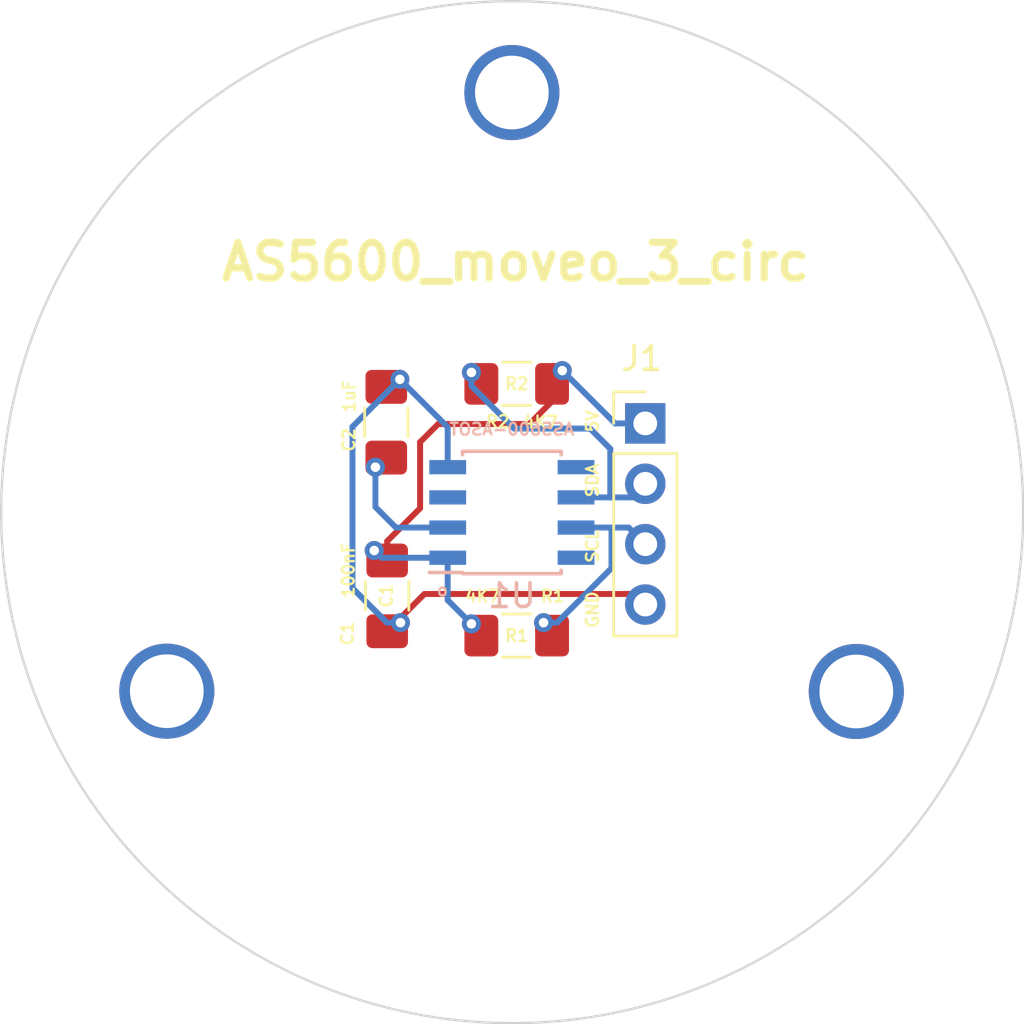
<source format=kicad_pcb>
(kicad_pcb (version 20171130) (host pcbnew 5.0.1-33cea8e~68~ubuntu18.04.1)

  (general
    (thickness 1.6)
    (drawings 7)
    (tracks 51)
    (zones 0)
    (modules 6)
    (nets 6)
  )

  (page A4)
  (layers
    (0 F.Cu signal)
    (31 B.Cu signal)
    (32 B.Adhes user)
    (33 F.Adhes user)
    (34 B.Paste user)
    (35 F.Paste user)
    (36 B.SilkS user)
    (37 F.SilkS user)
    (38 B.Mask user)
    (39 F.Mask user)
    (40 Dwgs.User user)
    (41 Cmts.User user)
    (42 Eco1.User user)
    (43 Eco2.User user)
    (44 Edge.Cuts user)
    (45 Margin user)
    (46 B.CrtYd user)
    (47 F.CrtYd user)
    (48 B.Fab user)
    (49 F.Fab user)
  )

  (setup
    (last_trace_width 0.25)
    (trace_clearance 0.2)
    (zone_clearance 0.508)
    (zone_45_only no)
    (trace_min 0.2)
    (segment_width 0.1)
    (edge_width 0.1)
    (via_size 0.8)
    (via_drill 0.4)
    (via_min_size 0.4)
    (via_min_drill 0.3)
    (uvia_size 0.3)
    (uvia_drill 0.1)
    (uvias_allowed no)
    (uvia_min_size 0.2)
    (uvia_min_drill 0.1)
    (pcb_text_width 0.3)
    (pcb_text_size 1.5 1.5)
    (mod_edge_width 0.15)
    (mod_text_size 1 1)
    (mod_text_width 0.15)
    (pad_size 1.7 1.7)
    (pad_drill 1)
    (pad_to_mask_clearance 0)
    (solder_mask_min_width 0.25)
    (aux_axis_origin 0 0)
    (visible_elements FFFFFF7F)
    (pcbplotparams
      (layerselection 0x010fc_ffffffff)
      (usegerberextensions false)
      (usegerberattributes false)
      (usegerberadvancedattributes false)
      (creategerberjobfile false)
      (excludeedgelayer true)
      (linewidth 0.100000)
      (plotframeref false)
      (viasonmask false)
      (mode 1)
      (useauxorigin false)
      (hpglpennumber 1)
      (hpglpenspeed 20)
      (hpglpendiameter 15.000000)
      (psnegative false)
      (psa4output false)
      (plotreference true)
      (plotvalue true)
      (plotinvisibletext false)
      (padsonsilk false)
      (subtractmaskfromsilk false)
      (outputformat 1)
      (mirror false)
      (drillshape 0)
      (scaleselection 1)
      (outputdirectory "Plot/"))
  )

  (net 0 "")
  (net 1 5V)
  (net 2 GND)
  (net 3 +3V3)
  (net 4 SDA)
  (net 5 SCL)

  (net_class Default "Esta es la clase de red por defecto."
    (clearance 0.2)
    (trace_width 0.25)
    (via_dia 0.8)
    (via_drill 0.4)
    (uvia_dia 0.3)
    (uvia_drill 0.1)
    (add_net +3V3)
    (add_net 5V)
    (add_net GND)
    (add_net SCL)
    (add_net SDA)
  )

  (module Capacitor_SMD:C_1206_3216Metric_Pad1.42x1.75mm_HandSolder (layer F.Cu) (tedit 5BFC7A3E) (tstamp 5BFC7587)
    (at 142.4178 88.1411 270)
    (descr "Capacitor SMD 1206 (3216 Metric), square (rectangular) end terminal, IPC_7351 nominal with elongated pad for handsoldering. (Body size source: http://www.tortai-tech.com/upload/download/2011102023233369053.pdf), generated with kicad-footprint-generator")
    (tags "capacitor handsolder")
    (path /5BFADBF0)
    (attr smd)
    (fp_text reference C1 (at -0.0031 0.0381 270) (layer F.SilkS)
      (effects (font (size 0.5 0.5) (thickness 0.1)))
    )
    (fp_text value 100nF (at -1.0699 1.6383 270) (layer F.SilkS)
      (effects (font (size 0.5 0.5) (thickness 0.1)))
    )
    (fp_text user %R (at 1.5844 1.6764 270) (layer F.SilkS)
      (effects (font (size 0.5 0.5) (thickness 0.1)))
    )
    (fp_line (start 2.45 1.12) (end -2.45 1.12) (layer F.CrtYd) (width 0.05))
    (fp_line (start 2.45 -1.12) (end 2.45 1.12) (layer F.CrtYd) (width 0.05))
    (fp_line (start -2.45 -1.12) (end 2.45 -1.12) (layer F.CrtYd) (width 0.05))
    (fp_line (start -2.45 1.12) (end -2.45 -1.12) (layer F.CrtYd) (width 0.05))
    (fp_line (start -0.602064 0.91) (end 0.602064 0.91) (layer F.SilkS) (width 0.12))
    (fp_line (start -0.602064 -0.91) (end 0.602064 -0.91) (layer F.SilkS) (width 0.12))
    (fp_line (start 1.6 0.8) (end -1.6 0.8) (layer F.Fab) (width 0.1))
    (fp_line (start 1.6 -0.8) (end 1.6 0.8) (layer F.Fab) (width 0.1))
    (fp_line (start -1.6 -0.8) (end 1.6 -0.8) (layer F.Fab) (width 0.1))
    (fp_line (start -1.6 0.8) (end -1.6 -0.8) (layer F.Fab) (width 0.1))
    (pad 2 smd roundrect (at 1.4875 0 270) (size 1.425 1.75) (layers F.Cu F.Paste F.Mask) (roundrect_rratio 0.175439)
      (net 2 GND))
    (pad 1 smd roundrect (at -1.4875 0 270) (size 1.425 1.75) (layers F.Cu F.Paste F.Mask) (roundrect_rratio 0.175439)
      (net 1 5V))
    (model ${KISYS3DMOD}/Capacitor_SMD.3dshapes/C_1206_3216Metric.wrl
      (at (xyz 0 0 0))
      (scale (xyz 1 1 1))
      (rotate (xyz 0 0 0))
    )
  )

  (module Capacitor_SMD:C_1206_3216Metric_Pad1.42x1.75mm_HandSolder (layer F.Cu) (tedit 5BFC7A28) (tstamp 5BFC7598)
    (at 142.3797 80.8371 90)
    (descr "Capacitor SMD 1206 (3216 Metric), square (rectangular) end terminal, IPC_7351 nominal with elongated pad for handsoldering. (Body size source: http://www.tortai-tech.com/upload/download/2011102023233369053.pdf), generated with kicad-footprint-generator")
    (tags "capacitor handsolder")
    (path /5BFADC60)
    (attr smd)
    (fp_text reference C2 (at -0.747 -1.5748 90) (layer F.SilkS)
      (effects (font (size 0.5 0.5) (thickness 0.1)))
    )
    (fp_text value 1uF (at 1.0945 -1.5621 90) (layer F.SilkS)
      (effects (font (size 0.5 0.5) (thickness 0.1)))
    )
    (fp_text user %R (at 0 0 90) (layer F.Fab)
      (effects (font (size 0.8 0.8) (thickness 0.12)))
    )
    (fp_line (start 2.45 1.12) (end -2.45 1.12) (layer F.CrtYd) (width 0.05))
    (fp_line (start 2.45 -1.12) (end 2.45 1.12) (layer F.CrtYd) (width 0.05))
    (fp_line (start -2.45 -1.12) (end 2.45 -1.12) (layer F.CrtYd) (width 0.05))
    (fp_line (start -2.45 1.12) (end -2.45 -1.12) (layer F.CrtYd) (width 0.05))
    (fp_line (start -0.602064 0.91) (end 0.602064 0.91) (layer F.SilkS) (width 0.12))
    (fp_line (start -0.602064 -0.91) (end 0.602064 -0.91) (layer F.SilkS) (width 0.12))
    (fp_line (start 1.6 0.8) (end -1.6 0.8) (layer F.Fab) (width 0.1))
    (fp_line (start 1.6 -0.8) (end 1.6 0.8) (layer F.Fab) (width 0.1))
    (fp_line (start -1.6 -0.8) (end 1.6 -0.8) (layer F.Fab) (width 0.1))
    (fp_line (start -1.6 0.8) (end -1.6 -0.8) (layer F.Fab) (width 0.1))
    (pad 2 smd roundrect (at 1.4875 0 90) (size 1.425 1.75) (layers F.Cu F.Paste F.Mask) (roundrect_rratio 0.175439)
      (net 2 GND))
    (pad 1 smd roundrect (at -1.4875 0 90) (size 1.425 1.75) (layers F.Cu F.Paste F.Mask) (roundrect_rratio 0.175439)
      (net 3 +3V3))
    (model ${KISYS3DMOD}/Capacitor_SMD.3dshapes/C_1206_3216Metric.wrl
      (at (xyz 0 0 0))
      (scale (xyz 1 1 1))
      (rotate (xyz 0 0 0))
    )
  )

  (module Connector_PinHeader_2.54mm:PinHeader_1x04_P2.54mm_Vertical (layer F.Cu) (tedit 5BFC758B) (tstamp 5BFC75B0)
    (at 153.2763 80.8863)
    (descr "Through hole straight pin header, 1x04, 2.54mm pitch, single row")
    (tags "Through hole pin header THT 1x04 2.54mm single row")
    (path /5BFB7E9C)
    (fp_text reference J1 (at -0.1397 -2.7305) (layer F.SilkS)
      (effects (font (size 1 1) (thickness 0.15)))
    )
    (fp_text value Conn_01x04_Male (at 1.0414 3.9243 90) (layer F.Fab)
      (effects (font (size 1 1) (thickness 0.15)))
    )
    (fp_line (start -0.635 -1.27) (end 1.27 -1.27) (layer F.Fab) (width 0.1))
    (fp_line (start 1.27 -1.27) (end 1.27 8.89) (layer F.Fab) (width 0.1))
    (fp_line (start 1.27 8.89) (end -1.27 8.89) (layer F.Fab) (width 0.1))
    (fp_line (start -1.27 8.89) (end -1.27 -0.635) (layer F.Fab) (width 0.1))
    (fp_line (start -1.27 -0.635) (end -0.635 -1.27) (layer F.Fab) (width 0.1))
    (fp_line (start -1.33 8.95) (end 1.33 8.95) (layer F.SilkS) (width 0.12))
    (fp_line (start -1.33 1.27) (end -1.33 8.95) (layer F.SilkS) (width 0.12))
    (fp_line (start 1.33 1.27) (end 1.33 8.95) (layer F.SilkS) (width 0.12))
    (fp_line (start -1.33 1.27) (end 1.33 1.27) (layer F.SilkS) (width 0.12))
    (fp_line (start -1.33 0) (end -1.33 -1.33) (layer F.SilkS) (width 0.12))
    (fp_line (start -1.33 -1.33) (end 0 -1.33) (layer F.SilkS) (width 0.12))
    (fp_line (start -1.8 -1.8) (end -1.8 9.4) (layer F.CrtYd) (width 0.05))
    (fp_line (start -1.8 9.4) (end 1.8 9.4) (layer F.CrtYd) (width 0.05))
    (fp_line (start 1.8 9.4) (end 1.8 -1.8) (layer F.CrtYd) (width 0.05))
    (fp_line (start 1.8 -1.8) (end -1.8 -1.8) (layer F.CrtYd) (width 0.05))
    (fp_text user %R (at -1.9685 3.81 90) (layer F.Fab)
      (effects (font (size 1 1) (thickness 0.15)))
    )
    (pad 1 thru_hole rect (at 0 0) (size 1.7 1.7) (drill 1) (layers *.Cu *.Mask)
      (net 1 5V))
    (pad 2 thru_hole oval (at 0 2.54) (size 1.7 1.7) (drill 1) (layers *.Cu *.Mask)
      (net 4 SDA))
    (pad 3 thru_hole oval (at 0 5.08) (size 1.7 1.7) (drill 1) (layers *.Cu *.Mask)
      (net 5 SCL))
    (pad 4 thru_hole oval (at 0 7.62) (size 1.7 1.7) (drill 1) (layers *.Cu *.Mask)
      (net 2 GND))
    (model ${KISYS3DMOD}/Connector_PinHeader_2.54mm.3dshapes/PinHeader_1x04_P2.54mm_Vertical.wrl
      (at (xyz 0 0 0))
      (scale (xyz 1 1 1))
      (rotate (xyz 0 0 0))
    )
  )

  (module Resistor_SMD:R_1206_3216Metric_Pad1.42x1.75mm_HandSolder (layer F.Cu) (tedit 5BFC7A52) (tstamp 5BFC75C1)
    (at 147.8661 89.8144)
    (descr "Resistor SMD 1206 (3216 Metric), square (rectangular) end terminal, IPC_7351 nominal with elongated pad for handsoldering. (Body size source: http://www.tortai-tech.com/upload/download/2011102023233369053.pdf), generated with kicad-footprint-generator")
    (tags "resistor handsolder")
    (path /5BFB0196)
    (attr smd)
    (fp_text reference R1 (at 1.5113 -1.6637) (layer F.SilkS)
      (effects (font (size 0.5 0.5) (thickness 0.1)))
    )
    (fp_text value 4K7 (at -1.4351 -1.6637) (layer F.SilkS)
      (effects (font (size 0.5 0.5) (thickness 0.1)))
    )
    (fp_text user %R (at 0 0) (layer F.SilkS)
      (effects (font (size 0.5 0.5) (thickness 0.1)))
    )
    (fp_line (start 2.45 1.12) (end -2.45 1.12) (layer F.CrtYd) (width 0.05))
    (fp_line (start 2.45 -1.12) (end 2.45 1.12) (layer F.CrtYd) (width 0.05))
    (fp_line (start -2.45 -1.12) (end 2.45 -1.12) (layer F.CrtYd) (width 0.05))
    (fp_line (start -2.45 1.12) (end -2.45 -1.12) (layer F.CrtYd) (width 0.05))
    (fp_line (start -0.602064 0.91) (end 0.602064 0.91) (layer F.SilkS) (width 0.12))
    (fp_line (start -0.602064 -0.91) (end 0.602064 -0.91) (layer F.SilkS) (width 0.12))
    (fp_line (start 1.6 0.8) (end -1.6 0.8) (layer F.Fab) (width 0.1))
    (fp_line (start 1.6 -0.8) (end 1.6 0.8) (layer F.Fab) (width 0.1))
    (fp_line (start -1.6 -0.8) (end 1.6 -0.8) (layer F.Fab) (width 0.1))
    (fp_line (start -1.6 0.8) (end -1.6 -0.8) (layer F.Fab) (width 0.1))
    (pad 2 smd roundrect (at 1.4875 0) (size 1.425 1.75) (layers F.Cu F.Paste F.Mask) (roundrect_rratio 0.175439)
      (net 5 SCL))
    (pad 1 smd roundrect (at -1.4875 0) (size 1.425 1.75) (layers F.Cu F.Paste F.Mask) (roundrect_rratio 0.175439)
      (net 1 5V))
    (model ${KISYS3DMOD}/Resistor_SMD.3dshapes/R_1206_3216Metric.wrl
      (at (xyz 0 0 0))
      (scale (xyz 1 1 1))
      (rotate (xyz 0 0 0))
    )
  )

  (module Resistor_SMD:R_1206_3216Metric_Pad1.42x1.75mm_HandSolder (layer F.Cu) (tedit 5BFC7A08) (tstamp 5BFC75D2)
    (at 147.8661 79.2226 180)
    (descr "Resistor SMD 1206 (3216 Metric), square (rectangular) end terminal, IPC_7351 nominal with elongated pad for handsoldering. (Body size source: http://www.tortai-tech.com/upload/download/2011102023233369053.pdf), generated with kicad-footprint-generator")
    (tags "resistor handsolder")
    (path /5BFB01F0)
    (attr smd)
    (fp_text reference R2 (at 0.7978 -1.5875 180) (layer F.SilkS)
      (effects (font (size 0.5 0.5) (thickness 0.1)))
    )
    (fp_text value 4K7 (at -1.0056 -1.6129 180) (layer F.SilkS)
      (effects (font (size 0.5 0.5) (thickness 0.1)))
    )
    (fp_text user %R (at 0 0 180) (layer F.SilkS)
      (effects (font (size 0.5 0.5) (thickness 0.1)))
    )
    (fp_line (start 2.45 1.12) (end -2.45 1.12) (layer F.CrtYd) (width 0.05))
    (fp_line (start 2.45 -1.12) (end 2.45 1.12) (layer F.CrtYd) (width 0.05))
    (fp_line (start -2.45 -1.12) (end 2.45 -1.12) (layer F.CrtYd) (width 0.05))
    (fp_line (start -2.45 1.12) (end -2.45 -1.12) (layer F.CrtYd) (width 0.05))
    (fp_line (start -0.602064 0.91) (end 0.602064 0.91) (layer F.SilkS) (width 0.12))
    (fp_line (start -0.602064 -0.91) (end 0.602064 -0.91) (layer F.SilkS) (width 0.12))
    (fp_line (start 1.6 0.8) (end -1.6 0.8) (layer F.Fab) (width 0.1))
    (fp_line (start 1.6 -0.8) (end 1.6 0.8) (layer F.Fab) (width 0.1))
    (fp_line (start -1.6 -0.8) (end 1.6 -0.8) (layer F.Fab) (width 0.1))
    (fp_line (start -1.6 0.8) (end -1.6 -0.8) (layer F.Fab) (width 0.1))
    (pad 2 smd roundrect (at 1.4875 0 180) (size 1.425 1.75) (layers F.Cu F.Paste F.Mask) (roundrect_rratio 0.175439)
      (net 4 SDA))
    (pad 1 smd roundrect (at -1.4875 0 180) (size 1.425 1.75) (layers F.Cu F.Paste F.Mask) (roundrect_rratio 0.175439)
      (net 1 5V))
    (model ${KISYS3DMOD}/Resistor_SMD.3dshapes/R_1206_3216Metric.wrl
      (at (xyz 0 0 0))
      (scale (xyz 1 1 1))
      (rotate (xyz 0 0 0))
    )
  )

  (module Package_SO:SOIC-8_3.9x4.9mm_P1.27mm (layer B.Cu) (tedit 5BFC7715) (tstamp 5BFC75EF)
    (at 147.6629 84.6328)
    (descr "8-Lead Plastic Small Outline (SN) - Narrow, 3.90 mm Body [SOIC] (see Microchip Packaging Specification 00000049BS.pdf)")
    (tags "SOIC 1.27")
    (path /5BFC77B5)
    (attr smd)
    (fp_text reference U1 (at 0 3.5) (layer B.SilkS)
      (effects (font (size 1 1) (thickness 0.15)) (justify mirror))
    )
    (fp_text value AS5600-ASOT (at 0 -3.5) (layer B.SilkS)
      (effects (font (size 0.5 0.5) (thickness 0.1)) (justify mirror))
    )
    (fp_text user %R (at 0 0) (layer B.Fab)
      (effects (font (size 1 1) (thickness 0.15)) (justify mirror))
    )
    (fp_line (start -0.95 2.45) (end 1.95 2.45) (layer B.Fab) (width 0.1))
    (fp_line (start 1.95 2.45) (end 1.95 -2.45) (layer B.Fab) (width 0.1))
    (fp_line (start 1.95 -2.45) (end -1.95 -2.45) (layer B.Fab) (width 0.1))
    (fp_line (start -1.95 -2.45) (end -1.95 1.45) (layer B.Fab) (width 0.1))
    (fp_line (start -1.95 1.45) (end -0.95 2.45) (layer B.Fab) (width 0.1))
    (fp_line (start -3.73 2.7) (end -3.73 -2.7) (layer B.CrtYd) (width 0.05))
    (fp_line (start 3.73 2.7) (end 3.73 -2.7) (layer B.CrtYd) (width 0.05))
    (fp_line (start -3.73 2.7) (end 3.73 2.7) (layer B.CrtYd) (width 0.05))
    (fp_line (start -3.73 -2.7) (end 3.73 -2.7) (layer B.CrtYd) (width 0.05))
    (fp_line (start -2.075 2.575) (end -2.075 2.525) (layer B.SilkS) (width 0.15))
    (fp_line (start 2.075 2.575) (end 2.075 2.43) (layer B.SilkS) (width 0.15))
    (fp_line (start 2.075 -2.575) (end 2.075 -2.43) (layer B.SilkS) (width 0.15))
    (fp_line (start -2.075 -2.575) (end -2.075 -2.43) (layer B.SilkS) (width 0.15))
    (fp_line (start -2.075 2.575) (end 2.075 2.575) (layer B.SilkS) (width 0.15))
    (fp_line (start -2.075 -2.575) (end 2.075 -2.575) (layer B.SilkS) (width 0.15))
    (fp_line (start -2.075 2.525) (end -3.475 2.525) (layer B.SilkS) (width 0.15))
    (pad 1 smd rect (at -2.7 1.905) (size 1.55 0.6) (layers B.Cu B.Paste B.Mask)
      (net 1 5V))
    (pad 2 smd rect (at -2.7 0.635) (size 1.55 0.6) (layers B.Cu B.Paste B.Mask)
      (net 3 +3V3))
    (pad 3 smd rect (at -2.7 -0.635) (size 1.55 0.6) (layers B.Cu B.Paste B.Mask))
    (pad 4 smd rect (at -2.7 -1.905) (size 1.55 0.6) (layers B.Cu B.Paste B.Mask)
      (net 2 GND))
    (pad 5 smd rect (at 2.7 -1.905) (size 1.55 0.6) (layers B.Cu B.Paste B.Mask))
    (pad 6 smd rect (at 2.7 -0.635) (size 1.55 0.6) (layers B.Cu B.Paste B.Mask)
      (net 4 SDA))
    (pad 7 smd rect (at 2.7 0.635) (size 1.55 0.6) (layers B.Cu B.Paste B.Mask)
      (net 5 SCL))
    (pad 8 smd rect (at 2.7 1.905) (size 1.55 0.6) (layers B.Cu B.Paste B.Mask))
    (model ${KISYS3DMOD}/Package_SO.3dshapes/SOIC-8_3.9x4.9mm_P1.27mm.wrl
      (at (xyz 0 0 0))
      (scale (xyz 1 1 1))
      (rotate (xyz 0 0 0))
    )
  )

  (gr_text AS5600_moveo_3_circ (at 147.8153 74.0918) (layer F.SilkS)
    (effects (font (size 1.5 1.5) (thickness 0.3)))
  )
  (gr_circle (center 147.6756 84.6201) (end 169.17194 84.6201) (layer Edge.Cuts) (width 0.1))
  (gr_text o (at 144.7419 87.8967) (layer B.SilkS)
    (effects (font (size 0.5 0.5) (thickness 0.1)))
  )
  (gr_text SDA (at 151.0538 83.2866 90) (layer F.SilkS) (tstamp 5BFC78B3)
    (effects (font (size 0.5 0.5) (thickness 0.1)))
  )
  (gr_text SCL (at 151.0538 86.0552 90) (layer F.SilkS) (tstamp 5BFC78B3)
    (effects (font (size 0.5 0.5) (thickness 0.1)))
  )
  (gr_text GND (at 151.0538 88.7222 90) (layer F.SilkS) (tstamp 5BFC78B3)
    (effects (font (size 0.5 0.5) (thickness 0.1)))
  )
  (gr_text 5V (at 151.0538 80.7974 90) (layer F.SilkS)
    (effects (font (size 0.5 0.5) (thickness 0.1)))
  )

  (via (at 162.1536 92.1639) (size 4) (drill 3.1) (layers F.Cu B.Cu) (net 0))
  (via (at 133.1468 92.1512) (size 4) (drill 3.1) (layers F.Cu B.Cu) (net 0))
  (via (at 147.6629 66.9671) (size 4) (drill 3.1) (layers F.Cu B.Cu) (net 0))
  (via (at 145.9611 89.3191) (size 0.8) (drill 0.4) (layers F.Cu B.Cu) (net 1))
  (via (at 149.7838 78.6638) (size 0.8) (drill 0.4) (layers F.Cu B.Cu) (net 1))
  (via (at 141.8717 86.233) (size 0.8) (drill 0.4) (layers F.Cu B.Cu) (net 1))
  (segment (start 142.1765 86.5378) (end 141.8717 86.233) (width 0.25) (layer B.Cu) (net 1))
  (segment (start 144.9629 86.5378) (end 142.1765 86.5378) (width 0.25) (layer B.Cu) (net 1))
  (segment (start 144.9629 88.3209) (end 145.9611 89.3191) (width 0.25) (layer B.Cu) (net 1))
  (segment (start 144.9629 86.5378) (end 144.9629 88.3209) (width 0.25) (layer B.Cu) (net 1))
  (segment (start 152.0063 80.8863) (end 153.2763 80.8863) (width 0.25) (layer B.Cu) (net 1))
  (segment (start 149.7838 78.6638) (end 152.0063 80.8863) (width 0.25) (layer B.Cu) (net 1))
  (segment (start 149.7838 79.5274) (end 149.7838 78.6638) (width 0.25) (layer F.Cu) (net 1))
  (segment (start 142.4178 85.8411) (end 143.8021 84.4568) (width 0.25) (layer F.Cu) (net 1))
  (segment (start 142.4178 86.6536) (end 142.4178 85.8411) (width 0.25) (layer F.Cu) (net 1))
  (segment (start 143.8021 84.4568) (end 143.8021 81.6737) (width 0.25) (layer F.Cu) (net 1))
  (segment (start 144.5641 80.9117) (end 148.3995 80.9117) (width 0.25) (layer F.Cu) (net 1))
  (segment (start 143.8021 81.6737) (end 144.5641 80.9117) (width 0.25) (layer F.Cu) (net 1))
  (segment (start 148.3995 80.9117) (end 149.7838 79.5274) (width 0.25) (layer F.Cu) (net 1))
  (via (at 142.9766 89.2683) (size 0.8) (drill 0.4) (layers F.Cu B.Cu) (net 2))
  (via (at 142.9512 79.0321) (size 0.8) (drill 0.4) (layers F.Cu B.Cu) (net 2))
  (segment (start 144.9629 81.0438) (end 142.9512 79.0321) (width 0.25) (layer B.Cu) (net 2))
  (segment (start 144.9629 82.7278) (end 144.9629 81.0438) (width 0.25) (layer B.Cu) (net 2))
  (segment (start 152.8318 88.0618) (end 153.2763 88.5063) (width 0.25) (layer F.Cu) (net 2))
  (segment (start 142.4178 89.6286) (end 143.9846 88.0618) (width 0.25) (layer F.Cu) (net 2))
  (segment (start 143.9846 88.0618) (end 152.8318 88.0618) (width 0.25) (layer F.Cu) (net 2))
  (segment (start 142.551201 79.432099) (end 142.9512 79.0321) (width 0.25) (layer B.Cu) (net 2))
  (segment (start 140.9573 81.026) (end 142.551201 79.432099) (width 0.25) (layer B.Cu) (net 2))
  (segment (start 140.9573 87.814685) (end 140.9573 81.026) (width 0.25) (layer B.Cu) (net 2))
  (segment (start 142.9766 89.2683) (end 142.410915 89.2683) (width 0.25) (layer B.Cu) (net 2))
  (segment (start 142.410915 89.2683) (end 140.9573 87.814685) (width 0.25) (layer B.Cu) (net 2))
  (via (at 141.9225 82.7278) (size 0.8) (drill 0.4) (layers F.Cu B.Cu) (net 3))
  (segment (start 142.7861 85.2678) (end 144.9629 85.2678) (width 0.25) (layer B.Cu) (net 3))
  (segment (start 141.9225 82.7278) (end 141.9225 84.4042) (width 0.25) (layer B.Cu) (net 3))
  (segment (start 141.9225 84.4042) (end 142.7861 85.2678) (width 0.25) (layer B.Cu) (net 3))
  (via (at 145.9611 78.74) (size 0.8) (drill 0.4) (layers F.Cu B.Cu) (net 4))
  (segment (start 152.7048 83.9978) (end 153.2763 83.4263) (width 0.25) (layer B.Cu) (net 4))
  (segment (start 145.9611 79.305685) (end 147.757615 81.1022) (width 0.25) (layer B.Cu) (net 4))
  (segment (start 145.9611 78.74) (end 145.9611 79.305685) (width 0.25) (layer B.Cu) (net 4))
  (segment (start 151.8031 81.9531) (end 151.8031 83.9978) (width 0.25) (layer B.Cu) (net 4))
  (segment (start 150.9522 81.1022) (end 151.8031 81.9531) (width 0.25) (layer B.Cu) (net 4))
  (segment (start 147.757615 81.1022) (end 150.9522 81.1022) (width 0.25) (layer B.Cu) (net 4))
  (segment (start 150.3629 83.9978) (end 151.8031 83.9978) (width 0.25) (layer B.Cu) (net 4))
  (segment (start 151.8031 83.9978) (end 152.7048 83.9978) (width 0.25) (layer B.Cu) (net 4))
  (via (at 148.9964 89.2683) (size 0.8) (drill 0.4) (layers F.Cu B.Cu) (net 5))
  (segment (start 152.5778 85.2678) (end 153.2763 85.9663) (width 0.25) (layer B.Cu) (net 5))
  (segment (start 151.8539 86.976485) (end 151.8539 85.2678) (width 0.25) (layer B.Cu) (net 5))
  (segment (start 149.562085 89.2683) (end 151.8539 86.976485) (width 0.25) (layer B.Cu) (net 5))
  (segment (start 150.3629 85.2678) (end 151.8539 85.2678) (width 0.25) (layer B.Cu) (net 5))
  (segment (start 148.9964 89.2683) (end 149.562085 89.2683) (width 0.25) (layer B.Cu) (net 5))
  (segment (start 151.8539 85.2678) (end 152.5778 85.2678) (width 0.25) (layer B.Cu) (net 5))

)

</source>
